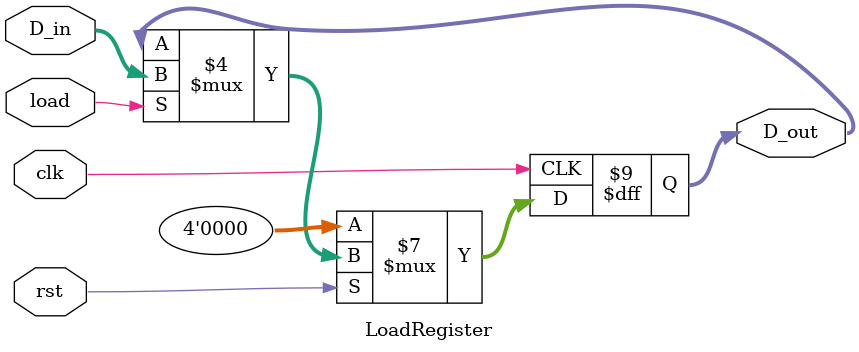
<source format=v>


module LoadRegister(D_in, D_out, clk, rst, load);
input [3:0]D_in;
input clk, rst, load;
output [3:0]D_out;
reg [3:0] D_out;

always@(posedge clk) begin

 if(rst == 1'b0)
 begin
 D_out <= 4'b0000;
 end

 else
 begin
 if(load == 1'b1)
 begin
 D_out <= D_in;
end

end

end


endmodule

</source>
